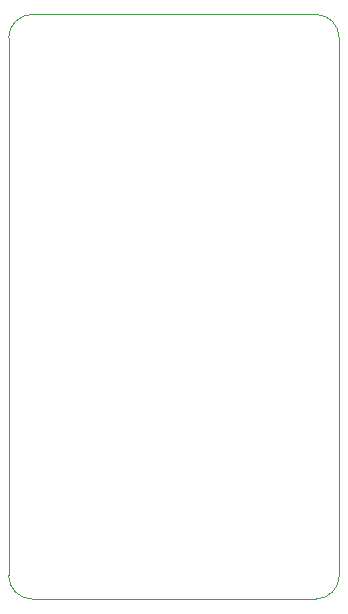
<source format=gbr>
%TF.GenerationSoftware,KiCad,Pcbnew,8.0.4-1.fc40*%
%TF.CreationDate,2024-08-22T17:25:05+02:00*%
%TF.ProjectId,WLED_Board,574c4544-5f42-46f6-9172-642e6b696361,rev?*%
%TF.SameCoordinates,Original*%
%TF.FileFunction,Profile,NP*%
%FSLAX46Y46*%
G04 Gerber Fmt 4.6, Leading zero omitted, Abs format (unit mm)*
G04 Created by KiCad (PCBNEW 8.0.4-1.fc40) date 2024-08-22 17:25:05*
%MOMM*%
%LPD*%
G01*
G04 APERTURE LIST*
%TA.AperFunction,Profile*%
%ADD10C,0.050000*%
%TD*%
G04 APERTURE END LIST*
D10*
X81500000Y-126500000D02*
X81500000Y-81000000D01*
X83500000Y-128500000D02*
G75*
G02*
X81500000Y-126500000I0J2000000D01*
G01*
X109500000Y-81000000D02*
X109500000Y-126500000D01*
X107500000Y-128500000D02*
X83500000Y-128500000D01*
X107500000Y-79000000D02*
G75*
G02*
X109500000Y-81000000I0J-2000000D01*
G01*
X83500000Y-79000000D02*
X107500000Y-79000000D01*
X109500000Y-126500000D02*
G75*
G02*
X107500000Y-128500000I-2000000J0D01*
G01*
X81500000Y-81000000D02*
G75*
G02*
X83500000Y-79000000I2000000J0D01*
G01*
M02*

</source>
